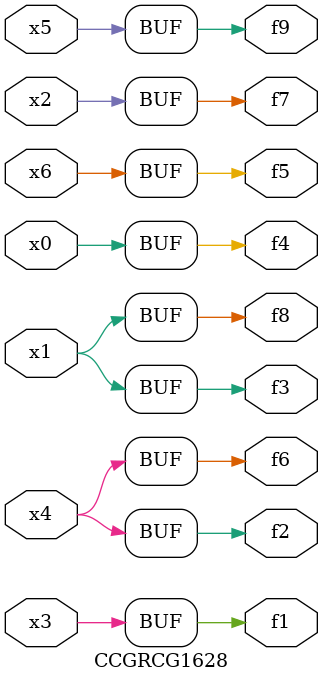
<source format=v>
module CCGRCG1628(
	input x0, x1, x2, x3, x4, x5, x6,
	output f1, f2, f3, f4, f5, f6, f7, f8, f9
);
	assign f1 = x3;
	assign f2 = x4;
	assign f3 = x1;
	assign f4 = x0;
	assign f5 = x6;
	assign f6 = x4;
	assign f7 = x2;
	assign f8 = x1;
	assign f9 = x5;
endmodule

</source>
